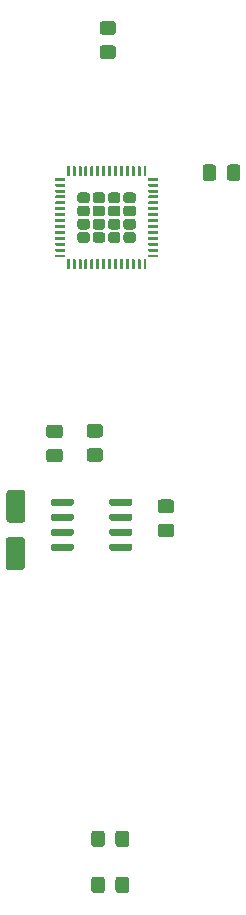
<source format=gbr>
G04 #@! TF.GenerationSoftware,KiCad,Pcbnew,(5.1.10-1-10_14)*
G04 #@! TF.CreationDate,2022-10-09T23:43:03+02:00*
G04 #@! TF.ProjectId,BoatCentralBoard,426f6174-4365-46e7-9472-616c426f6172,rev?*
G04 #@! TF.SameCoordinates,Original*
G04 #@! TF.FileFunction,Paste,Top*
G04 #@! TF.FilePolarity,Positive*
%FSLAX46Y46*%
G04 Gerber Fmt 4.6, Leading zero omitted, Abs format (unit mm)*
G04 Created by KiCad (PCBNEW (5.1.10-1-10_14)) date 2022-10-09 23:43:03*
%MOMM*%
%LPD*%
G01*
G04 APERTURE LIST*
G04 APERTURE END LIST*
G36*
G01*
X137870400Y-112690600D02*
X136769600Y-112690600D01*
G75*
G02*
X136520000Y-112441000I0J249600D01*
G01*
X136520000Y-110140200D01*
G75*
G02*
X136769600Y-109890600I249600J0D01*
G01*
X137870400Y-109890600D01*
G75*
G02*
X138120000Y-110140200I0J-249600D01*
G01*
X138120000Y-112441000D01*
G75*
G02*
X137870400Y-112690600I-249600J0D01*
G01*
G37*
G36*
G01*
X137921200Y-108690600D02*
X136820400Y-108690600D01*
G75*
G02*
X136570800Y-108441000I0J249600D01*
G01*
X136570800Y-106140200D01*
G75*
G02*
X136820400Y-105890600I249600J0D01*
G01*
X137921200Y-105890600D01*
G75*
G02*
X138170800Y-106140200I0J-249600D01*
G01*
X138170800Y-108441000D01*
G75*
G02*
X137921200Y-108690600I-249600J0D01*
G01*
G37*
G36*
G01*
X145285800Y-107095000D02*
X145285800Y-106795000D01*
G75*
G02*
X145435800Y-106645000I150000J0D01*
G01*
X147085800Y-106645000D01*
G75*
G02*
X147235800Y-106795000I0J-150000D01*
G01*
X147235800Y-107095000D01*
G75*
G02*
X147085800Y-107245000I-150000J0D01*
G01*
X145435800Y-107245000D01*
G75*
G02*
X145285800Y-107095000I0J150000D01*
G01*
G37*
G36*
G01*
X145285800Y-108365000D02*
X145285800Y-108065000D01*
G75*
G02*
X145435800Y-107915000I150000J0D01*
G01*
X147085800Y-107915000D01*
G75*
G02*
X147235800Y-108065000I0J-150000D01*
G01*
X147235800Y-108365000D01*
G75*
G02*
X147085800Y-108515000I-150000J0D01*
G01*
X145435800Y-108515000D01*
G75*
G02*
X145285800Y-108365000I0J150000D01*
G01*
G37*
G36*
G01*
X145285800Y-109635000D02*
X145285800Y-109335000D01*
G75*
G02*
X145435800Y-109185000I150000J0D01*
G01*
X147085800Y-109185000D01*
G75*
G02*
X147235800Y-109335000I0J-150000D01*
G01*
X147235800Y-109635000D01*
G75*
G02*
X147085800Y-109785000I-150000J0D01*
G01*
X145435800Y-109785000D01*
G75*
G02*
X145285800Y-109635000I0J150000D01*
G01*
G37*
G36*
G01*
X145285800Y-110905000D02*
X145285800Y-110605000D01*
G75*
G02*
X145435800Y-110455000I150000J0D01*
G01*
X147085800Y-110455000D01*
G75*
G02*
X147235800Y-110605000I0J-150000D01*
G01*
X147235800Y-110905000D01*
G75*
G02*
X147085800Y-111055000I-150000J0D01*
G01*
X145435800Y-111055000D01*
G75*
G02*
X145285800Y-110905000I0J150000D01*
G01*
G37*
G36*
G01*
X140335800Y-110905000D02*
X140335800Y-110605000D01*
G75*
G02*
X140485800Y-110455000I150000J0D01*
G01*
X142135800Y-110455000D01*
G75*
G02*
X142285800Y-110605000I0J-150000D01*
G01*
X142285800Y-110905000D01*
G75*
G02*
X142135800Y-111055000I-150000J0D01*
G01*
X140485800Y-111055000D01*
G75*
G02*
X140335800Y-110905000I0J150000D01*
G01*
G37*
G36*
G01*
X140335800Y-109635000D02*
X140335800Y-109335000D01*
G75*
G02*
X140485800Y-109185000I150000J0D01*
G01*
X142135800Y-109185000D01*
G75*
G02*
X142285800Y-109335000I0J-150000D01*
G01*
X142285800Y-109635000D01*
G75*
G02*
X142135800Y-109785000I-150000J0D01*
G01*
X140485800Y-109785000D01*
G75*
G02*
X140335800Y-109635000I0J150000D01*
G01*
G37*
G36*
G01*
X140335800Y-108365000D02*
X140335800Y-108065000D01*
G75*
G02*
X140485800Y-107915000I150000J0D01*
G01*
X142135800Y-107915000D01*
G75*
G02*
X142285800Y-108065000I0J-150000D01*
G01*
X142285800Y-108365000D01*
G75*
G02*
X142135800Y-108515000I-150000J0D01*
G01*
X140485800Y-108515000D01*
G75*
G02*
X140335800Y-108365000I0J150000D01*
G01*
G37*
G36*
G01*
X140335800Y-107095000D02*
X140335800Y-106795000D01*
G75*
G02*
X140485800Y-106645000I150000J0D01*
G01*
X142135800Y-106645000D01*
G75*
G02*
X142285800Y-106795000I0J-150000D01*
G01*
X142285800Y-107095000D01*
G75*
G02*
X142135800Y-107245000I-150000J0D01*
G01*
X140485800Y-107245000D01*
G75*
G02*
X140335800Y-107095000I0J150000D01*
G01*
G37*
G36*
G01*
X141487500Y-86225000D02*
X140737500Y-86225000D01*
G75*
G02*
X140675000Y-86162500I0J62500D01*
G01*
X140675000Y-86037500D01*
G75*
G02*
X140737500Y-85975000I62500J0D01*
G01*
X141487500Y-85975000D01*
G75*
G02*
X141550000Y-86037500I0J-62500D01*
G01*
X141550000Y-86162500D01*
G75*
G02*
X141487500Y-86225000I-62500J0D01*
G01*
G37*
G36*
G01*
X141487500Y-85725000D02*
X140737500Y-85725000D01*
G75*
G02*
X140675000Y-85662500I0J62500D01*
G01*
X140675000Y-85537500D01*
G75*
G02*
X140737500Y-85475000I62500J0D01*
G01*
X141487500Y-85475000D01*
G75*
G02*
X141550000Y-85537500I0J-62500D01*
G01*
X141550000Y-85662500D01*
G75*
G02*
X141487500Y-85725000I-62500J0D01*
G01*
G37*
G36*
G01*
X141487500Y-85225000D02*
X140737500Y-85225000D01*
G75*
G02*
X140675000Y-85162500I0J62500D01*
G01*
X140675000Y-85037500D01*
G75*
G02*
X140737500Y-84975000I62500J0D01*
G01*
X141487500Y-84975000D01*
G75*
G02*
X141550000Y-85037500I0J-62500D01*
G01*
X141550000Y-85162500D01*
G75*
G02*
X141487500Y-85225000I-62500J0D01*
G01*
G37*
G36*
G01*
X141487500Y-84725000D02*
X140737500Y-84725000D01*
G75*
G02*
X140675000Y-84662500I0J62500D01*
G01*
X140675000Y-84537500D01*
G75*
G02*
X140737500Y-84475000I62500J0D01*
G01*
X141487500Y-84475000D01*
G75*
G02*
X141550000Y-84537500I0J-62500D01*
G01*
X141550000Y-84662500D01*
G75*
G02*
X141487500Y-84725000I-62500J0D01*
G01*
G37*
G36*
G01*
X141487500Y-84225000D02*
X140737500Y-84225000D01*
G75*
G02*
X140675000Y-84162500I0J62500D01*
G01*
X140675000Y-84037500D01*
G75*
G02*
X140737500Y-83975000I62500J0D01*
G01*
X141487500Y-83975000D01*
G75*
G02*
X141550000Y-84037500I0J-62500D01*
G01*
X141550000Y-84162500D01*
G75*
G02*
X141487500Y-84225000I-62500J0D01*
G01*
G37*
G36*
G01*
X141487500Y-83725000D02*
X140737500Y-83725000D01*
G75*
G02*
X140675000Y-83662500I0J62500D01*
G01*
X140675000Y-83537500D01*
G75*
G02*
X140737500Y-83475000I62500J0D01*
G01*
X141487500Y-83475000D01*
G75*
G02*
X141550000Y-83537500I0J-62500D01*
G01*
X141550000Y-83662500D01*
G75*
G02*
X141487500Y-83725000I-62500J0D01*
G01*
G37*
G36*
G01*
X141487500Y-83225000D02*
X140737500Y-83225000D01*
G75*
G02*
X140675000Y-83162500I0J62500D01*
G01*
X140675000Y-83037500D01*
G75*
G02*
X140737500Y-82975000I62500J0D01*
G01*
X141487500Y-82975000D01*
G75*
G02*
X141550000Y-83037500I0J-62500D01*
G01*
X141550000Y-83162500D01*
G75*
G02*
X141487500Y-83225000I-62500J0D01*
G01*
G37*
G36*
G01*
X141487500Y-82725000D02*
X140737500Y-82725000D01*
G75*
G02*
X140675000Y-82662500I0J62500D01*
G01*
X140675000Y-82537500D01*
G75*
G02*
X140737500Y-82475000I62500J0D01*
G01*
X141487500Y-82475000D01*
G75*
G02*
X141550000Y-82537500I0J-62500D01*
G01*
X141550000Y-82662500D01*
G75*
G02*
X141487500Y-82725000I-62500J0D01*
G01*
G37*
G36*
G01*
X141487500Y-82225000D02*
X140737500Y-82225000D01*
G75*
G02*
X140675000Y-82162500I0J62500D01*
G01*
X140675000Y-82037500D01*
G75*
G02*
X140737500Y-81975000I62500J0D01*
G01*
X141487500Y-81975000D01*
G75*
G02*
X141550000Y-82037500I0J-62500D01*
G01*
X141550000Y-82162500D01*
G75*
G02*
X141487500Y-82225000I-62500J0D01*
G01*
G37*
G36*
G01*
X141487500Y-81725000D02*
X140737500Y-81725000D01*
G75*
G02*
X140675000Y-81662500I0J62500D01*
G01*
X140675000Y-81537500D01*
G75*
G02*
X140737500Y-81475000I62500J0D01*
G01*
X141487500Y-81475000D01*
G75*
G02*
X141550000Y-81537500I0J-62500D01*
G01*
X141550000Y-81662500D01*
G75*
G02*
X141487500Y-81725000I-62500J0D01*
G01*
G37*
G36*
G01*
X141487500Y-81225000D02*
X140737500Y-81225000D01*
G75*
G02*
X140675000Y-81162500I0J62500D01*
G01*
X140675000Y-81037500D01*
G75*
G02*
X140737500Y-80975000I62500J0D01*
G01*
X141487500Y-80975000D01*
G75*
G02*
X141550000Y-81037500I0J-62500D01*
G01*
X141550000Y-81162500D01*
G75*
G02*
X141487500Y-81225000I-62500J0D01*
G01*
G37*
G36*
G01*
X141487500Y-80725000D02*
X140737500Y-80725000D01*
G75*
G02*
X140675000Y-80662500I0J62500D01*
G01*
X140675000Y-80537500D01*
G75*
G02*
X140737500Y-80475000I62500J0D01*
G01*
X141487500Y-80475000D01*
G75*
G02*
X141550000Y-80537500I0J-62500D01*
G01*
X141550000Y-80662500D01*
G75*
G02*
X141487500Y-80725000I-62500J0D01*
G01*
G37*
G36*
G01*
X141487500Y-80225000D02*
X140737500Y-80225000D01*
G75*
G02*
X140675000Y-80162500I0J62500D01*
G01*
X140675000Y-80037500D01*
G75*
G02*
X140737500Y-79975000I62500J0D01*
G01*
X141487500Y-79975000D01*
G75*
G02*
X141550000Y-80037500I0J-62500D01*
G01*
X141550000Y-80162500D01*
G75*
G02*
X141487500Y-80225000I-62500J0D01*
G01*
G37*
G36*
G01*
X141487500Y-79725000D02*
X140737500Y-79725000D01*
G75*
G02*
X140675000Y-79662500I0J62500D01*
G01*
X140675000Y-79537500D01*
G75*
G02*
X140737500Y-79475000I62500J0D01*
G01*
X141487500Y-79475000D01*
G75*
G02*
X141550000Y-79537500I0J-62500D01*
G01*
X141550000Y-79662500D01*
G75*
G02*
X141487500Y-79725000I-62500J0D01*
G01*
G37*
G36*
G01*
X141862500Y-79350000D02*
X141737500Y-79350000D01*
G75*
G02*
X141675000Y-79287500I0J62500D01*
G01*
X141675000Y-78537500D01*
G75*
G02*
X141737500Y-78475000I62500J0D01*
G01*
X141862500Y-78475000D01*
G75*
G02*
X141925000Y-78537500I0J-62500D01*
G01*
X141925000Y-79287500D01*
G75*
G02*
X141862500Y-79350000I-62500J0D01*
G01*
G37*
G36*
G01*
X142362500Y-79350000D02*
X142237500Y-79350000D01*
G75*
G02*
X142175000Y-79287500I0J62500D01*
G01*
X142175000Y-78537500D01*
G75*
G02*
X142237500Y-78475000I62500J0D01*
G01*
X142362500Y-78475000D01*
G75*
G02*
X142425000Y-78537500I0J-62500D01*
G01*
X142425000Y-79287500D01*
G75*
G02*
X142362500Y-79350000I-62500J0D01*
G01*
G37*
G36*
G01*
X142862500Y-79350000D02*
X142737500Y-79350000D01*
G75*
G02*
X142675000Y-79287500I0J62500D01*
G01*
X142675000Y-78537500D01*
G75*
G02*
X142737500Y-78475000I62500J0D01*
G01*
X142862500Y-78475000D01*
G75*
G02*
X142925000Y-78537500I0J-62500D01*
G01*
X142925000Y-79287500D01*
G75*
G02*
X142862500Y-79350000I-62500J0D01*
G01*
G37*
G36*
G01*
X143362500Y-79350000D02*
X143237500Y-79350000D01*
G75*
G02*
X143175000Y-79287500I0J62500D01*
G01*
X143175000Y-78537500D01*
G75*
G02*
X143237500Y-78475000I62500J0D01*
G01*
X143362500Y-78475000D01*
G75*
G02*
X143425000Y-78537500I0J-62500D01*
G01*
X143425000Y-79287500D01*
G75*
G02*
X143362500Y-79350000I-62500J0D01*
G01*
G37*
G36*
G01*
X143862500Y-79350000D02*
X143737500Y-79350000D01*
G75*
G02*
X143675000Y-79287500I0J62500D01*
G01*
X143675000Y-78537500D01*
G75*
G02*
X143737500Y-78475000I62500J0D01*
G01*
X143862500Y-78475000D01*
G75*
G02*
X143925000Y-78537500I0J-62500D01*
G01*
X143925000Y-79287500D01*
G75*
G02*
X143862500Y-79350000I-62500J0D01*
G01*
G37*
G36*
G01*
X144362500Y-79350000D02*
X144237500Y-79350000D01*
G75*
G02*
X144175000Y-79287500I0J62500D01*
G01*
X144175000Y-78537500D01*
G75*
G02*
X144237500Y-78475000I62500J0D01*
G01*
X144362500Y-78475000D01*
G75*
G02*
X144425000Y-78537500I0J-62500D01*
G01*
X144425000Y-79287500D01*
G75*
G02*
X144362500Y-79350000I-62500J0D01*
G01*
G37*
G36*
G01*
X144862500Y-79350000D02*
X144737500Y-79350000D01*
G75*
G02*
X144675000Y-79287500I0J62500D01*
G01*
X144675000Y-78537500D01*
G75*
G02*
X144737500Y-78475000I62500J0D01*
G01*
X144862500Y-78475000D01*
G75*
G02*
X144925000Y-78537500I0J-62500D01*
G01*
X144925000Y-79287500D01*
G75*
G02*
X144862500Y-79350000I-62500J0D01*
G01*
G37*
G36*
G01*
X145362500Y-79350000D02*
X145237500Y-79350000D01*
G75*
G02*
X145175000Y-79287500I0J62500D01*
G01*
X145175000Y-78537500D01*
G75*
G02*
X145237500Y-78475000I62500J0D01*
G01*
X145362500Y-78475000D01*
G75*
G02*
X145425000Y-78537500I0J-62500D01*
G01*
X145425000Y-79287500D01*
G75*
G02*
X145362500Y-79350000I-62500J0D01*
G01*
G37*
G36*
G01*
X145862500Y-79350000D02*
X145737500Y-79350000D01*
G75*
G02*
X145675000Y-79287500I0J62500D01*
G01*
X145675000Y-78537500D01*
G75*
G02*
X145737500Y-78475000I62500J0D01*
G01*
X145862500Y-78475000D01*
G75*
G02*
X145925000Y-78537500I0J-62500D01*
G01*
X145925000Y-79287500D01*
G75*
G02*
X145862500Y-79350000I-62500J0D01*
G01*
G37*
G36*
G01*
X146362500Y-79350000D02*
X146237500Y-79350000D01*
G75*
G02*
X146175000Y-79287500I0J62500D01*
G01*
X146175000Y-78537500D01*
G75*
G02*
X146237500Y-78475000I62500J0D01*
G01*
X146362500Y-78475000D01*
G75*
G02*
X146425000Y-78537500I0J-62500D01*
G01*
X146425000Y-79287500D01*
G75*
G02*
X146362500Y-79350000I-62500J0D01*
G01*
G37*
G36*
G01*
X146862500Y-79350000D02*
X146737500Y-79350000D01*
G75*
G02*
X146675000Y-79287500I0J62500D01*
G01*
X146675000Y-78537500D01*
G75*
G02*
X146737500Y-78475000I62500J0D01*
G01*
X146862500Y-78475000D01*
G75*
G02*
X146925000Y-78537500I0J-62500D01*
G01*
X146925000Y-79287500D01*
G75*
G02*
X146862500Y-79350000I-62500J0D01*
G01*
G37*
G36*
G01*
X147362500Y-79350000D02*
X147237500Y-79350000D01*
G75*
G02*
X147175000Y-79287500I0J62500D01*
G01*
X147175000Y-78537500D01*
G75*
G02*
X147237500Y-78475000I62500J0D01*
G01*
X147362500Y-78475000D01*
G75*
G02*
X147425000Y-78537500I0J-62500D01*
G01*
X147425000Y-79287500D01*
G75*
G02*
X147362500Y-79350000I-62500J0D01*
G01*
G37*
G36*
G01*
X147862500Y-79350000D02*
X147737500Y-79350000D01*
G75*
G02*
X147675000Y-79287500I0J62500D01*
G01*
X147675000Y-78537500D01*
G75*
G02*
X147737500Y-78475000I62500J0D01*
G01*
X147862500Y-78475000D01*
G75*
G02*
X147925000Y-78537500I0J-62500D01*
G01*
X147925000Y-79287500D01*
G75*
G02*
X147862500Y-79350000I-62500J0D01*
G01*
G37*
G36*
G01*
X148362500Y-79350000D02*
X148237500Y-79350000D01*
G75*
G02*
X148175000Y-79287500I0J62500D01*
G01*
X148175000Y-78537500D01*
G75*
G02*
X148237500Y-78475000I62500J0D01*
G01*
X148362500Y-78475000D01*
G75*
G02*
X148425000Y-78537500I0J-62500D01*
G01*
X148425000Y-79287500D01*
G75*
G02*
X148362500Y-79350000I-62500J0D01*
G01*
G37*
G36*
G01*
X149362500Y-79725000D02*
X148612500Y-79725000D01*
G75*
G02*
X148550000Y-79662500I0J62500D01*
G01*
X148550000Y-79537500D01*
G75*
G02*
X148612500Y-79475000I62500J0D01*
G01*
X149362500Y-79475000D01*
G75*
G02*
X149425000Y-79537500I0J-62500D01*
G01*
X149425000Y-79662500D01*
G75*
G02*
X149362500Y-79725000I-62500J0D01*
G01*
G37*
G36*
G01*
X149362500Y-80225000D02*
X148612500Y-80225000D01*
G75*
G02*
X148550000Y-80162500I0J62500D01*
G01*
X148550000Y-80037500D01*
G75*
G02*
X148612500Y-79975000I62500J0D01*
G01*
X149362500Y-79975000D01*
G75*
G02*
X149425000Y-80037500I0J-62500D01*
G01*
X149425000Y-80162500D01*
G75*
G02*
X149362500Y-80225000I-62500J0D01*
G01*
G37*
G36*
G01*
X149362500Y-80725000D02*
X148612500Y-80725000D01*
G75*
G02*
X148550000Y-80662500I0J62500D01*
G01*
X148550000Y-80537500D01*
G75*
G02*
X148612500Y-80475000I62500J0D01*
G01*
X149362500Y-80475000D01*
G75*
G02*
X149425000Y-80537500I0J-62500D01*
G01*
X149425000Y-80662500D01*
G75*
G02*
X149362500Y-80725000I-62500J0D01*
G01*
G37*
G36*
G01*
X149362500Y-81225000D02*
X148612500Y-81225000D01*
G75*
G02*
X148550000Y-81162500I0J62500D01*
G01*
X148550000Y-81037500D01*
G75*
G02*
X148612500Y-80975000I62500J0D01*
G01*
X149362500Y-80975000D01*
G75*
G02*
X149425000Y-81037500I0J-62500D01*
G01*
X149425000Y-81162500D01*
G75*
G02*
X149362500Y-81225000I-62500J0D01*
G01*
G37*
G36*
G01*
X149362500Y-81725000D02*
X148612500Y-81725000D01*
G75*
G02*
X148550000Y-81662500I0J62500D01*
G01*
X148550000Y-81537500D01*
G75*
G02*
X148612500Y-81475000I62500J0D01*
G01*
X149362500Y-81475000D01*
G75*
G02*
X149425000Y-81537500I0J-62500D01*
G01*
X149425000Y-81662500D01*
G75*
G02*
X149362500Y-81725000I-62500J0D01*
G01*
G37*
G36*
G01*
X149362500Y-82225000D02*
X148612500Y-82225000D01*
G75*
G02*
X148550000Y-82162500I0J62500D01*
G01*
X148550000Y-82037500D01*
G75*
G02*
X148612500Y-81975000I62500J0D01*
G01*
X149362500Y-81975000D01*
G75*
G02*
X149425000Y-82037500I0J-62500D01*
G01*
X149425000Y-82162500D01*
G75*
G02*
X149362500Y-82225000I-62500J0D01*
G01*
G37*
G36*
G01*
X149362500Y-82725000D02*
X148612500Y-82725000D01*
G75*
G02*
X148550000Y-82662500I0J62500D01*
G01*
X148550000Y-82537500D01*
G75*
G02*
X148612500Y-82475000I62500J0D01*
G01*
X149362500Y-82475000D01*
G75*
G02*
X149425000Y-82537500I0J-62500D01*
G01*
X149425000Y-82662500D01*
G75*
G02*
X149362500Y-82725000I-62500J0D01*
G01*
G37*
G36*
G01*
X149362500Y-83225000D02*
X148612500Y-83225000D01*
G75*
G02*
X148550000Y-83162500I0J62500D01*
G01*
X148550000Y-83037500D01*
G75*
G02*
X148612500Y-82975000I62500J0D01*
G01*
X149362500Y-82975000D01*
G75*
G02*
X149425000Y-83037500I0J-62500D01*
G01*
X149425000Y-83162500D01*
G75*
G02*
X149362500Y-83225000I-62500J0D01*
G01*
G37*
G36*
G01*
X149362500Y-83725000D02*
X148612500Y-83725000D01*
G75*
G02*
X148550000Y-83662500I0J62500D01*
G01*
X148550000Y-83537500D01*
G75*
G02*
X148612500Y-83475000I62500J0D01*
G01*
X149362500Y-83475000D01*
G75*
G02*
X149425000Y-83537500I0J-62500D01*
G01*
X149425000Y-83662500D01*
G75*
G02*
X149362500Y-83725000I-62500J0D01*
G01*
G37*
G36*
G01*
X149362500Y-84225000D02*
X148612500Y-84225000D01*
G75*
G02*
X148550000Y-84162500I0J62500D01*
G01*
X148550000Y-84037500D01*
G75*
G02*
X148612500Y-83975000I62500J0D01*
G01*
X149362500Y-83975000D01*
G75*
G02*
X149425000Y-84037500I0J-62500D01*
G01*
X149425000Y-84162500D01*
G75*
G02*
X149362500Y-84225000I-62500J0D01*
G01*
G37*
G36*
G01*
X149362500Y-84725000D02*
X148612500Y-84725000D01*
G75*
G02*
X148550000Y-84662500I0J62500D01*
G01*
X148550000Y-84537500D01*
G75*
G02*
X148612500Y-84475000I62500J0D01*
G01*
X149362500Y-84475000D01*
G75*
G02*
X149425000Y-84537500I0J-62500D01*
G01*
X149425000Y-84662500D01*
G75*
G02*
X149362500Y-84725000I-62500J0D01*
G01*
G37*
G36*
G01*
X149362500Y-85225000D02*
X148612500Y-85225000D01*
G75*
G02*
X148550000Y-85162500I0J62500D01*
G01*
X148550000Y-85037500D01*
G75*
G02*
X148612500Y-84975000I62500J0D01*
G01*
X149362500Y-84975000D01*
G75*
G02*
X149425000Y-85037500I0J-62500D01*
G01*
X149425000Y-85162500D01*
G75*
G02*
X149362500Y-85225000I-62500J0D01*
G01*
G37*
G36*
G01*
X149362500Y-85725000D02*
X148612500Y-85725000D01*
G75*
G02*
X148550000Y-85662500I0J62500D01*
G01*
X148550000Y-85537500D01*
G75*
G02*
X148612500Y-85475000I62500J0D01*
G01*
X149362500Y-85475000D01*
G75*
G02*
X149425000Y-85537500I0J-62500D01*
G01*
X149425000Y-85662500D01*
G75*
G02*
X149362500Y-85725000I-62500J0D01*
G01*
G37*
G36*
G01*
X149362500Y-86225000D02*
X148612500Y-86225000D01*
G75*
G02*
X148550000Y-86162500I0J62500D01*
G01*
X148550000Y-86037500D01*
G75*
G02*
X148612500Y-85975000I62500J0D01*
G01*
X149362500Y-85975000D01*
G75*
G02*
X149425000Y-86037500I0J-62500D01*
G01*
X149425000Y-86162500D01*
G75*
G02*
X149362500Y-86225000I-62500J0D01*
G01*
G37*
G36*
G01*
X148362500Y-87225000D02*
X148237500Y-87225000D01*
G75*
G02*
X148175000Y-87162500I0J62500D01*
G01*
X148175000Y-86412500D01*
G75*
G02*
X148237500Y-86350000I62500J0D01*
G01*
X148362500Y-86350000D01*
G75*
G02*
X148425000Y-86412500I0J-62500D01*
G01*
X148425000Y-87162500D01*
G75*
G02*
X148362500Y-87225000I-62500J0D01*
G01*
G37*
G36*
G01*
X147862500Y-87225000D02*
X147737500Y-87225000D01*
G75*
G02*
X147675000Y-87162500I0J62500D01*
G01*
X147675000Y-86412500D01*
G75*
G02*
X147737500Y-86350000I62500J0D01*
G01*
X147862500Y-86350000D01*
G75*
G02*
X147925000Y-86412500I0J-62500D01*
G01*
X147925000Y-87162500D01*
G75*
G02*
X147862500Y-87225000I-62500J0D01*
G01*
G37*
G36*
G01*
X147362500Y-87225000D02*
X147237500Y-87225000D01*
G75*
G02*
X147175000Y-87162500I0J62500D01*
G01*
X147175000Y-86412500D01*
G75*
G02*
X147237500Y-86350000I62500J0D01*
G01*
X147362500Y-86350000D01*
G75*
G02*
X147425000Y-86412500I0J-62500D01*
G01*
X147425000Y-87162500D01*
G75*
G02*
X147362500Y-87225000I-62500J0D01*
G01*
G37*
G36*
G01*
X146862500Y-87225000D02*
X146737500Y-87225000D01*
G75*
G02*
X146675000Y-87162500I0J62500D01*
G01*
X146675000Y-86412500D01*
G75*
G02*
X146737500Y-86350000I62500J0D01*
G01*
X146862500Y-86350000D01*
G75*
G02*
X146925000Y-86412500I0J-62500D01*
G01*
X146925000Y-87162500D01*
G75*
G02*
X146862500Y-87225000I-62500J0D01*
G01*
G37*
G36*
G01*
X146362500Y-87225000D02*
X146237500Y-87225000D01*
G75*
G02*
X146175000Y-87162500I0J62500D01*
G01*
X146175000Y-86412500D01*
G75*
G02*
X146237500Y-86350000I62500J0D01*
G01*
X146362500Y-86350000D01*
G75*
G02*
X146425000Y-86412500I0J-62500D01*
G01*
X146425000Y-87162500D01*
G75*
G02*
X146362500Y-87225000I-62500J0D01*
G01*
G37*
G36*
G01*
X145862500Y-87225000D02*
X145737500Y-87225000D01*
G75*
G02*
X145675000Y-87162500I0J62500D01*
G01*
X145675000Y-86412500D01*
G75*
G02*
X145737500Y-86350000I62500J0D01*
G01*
X145862500Y-86350000D01*
G75*
G02*
X145925000Y-86412500I0J-62500D01*
G01*
X145925000Y-87162500D01*
G75*
G02*
X145862500Y-87225000I-62500J0D01*
G01*
G37*
G36*
G01*
X145362500Y-87225000D02*
X145237500Y-87225000D01*
G75*
G02*
X145175000Y-87162500I0J62500D01*
G01*
X145175000Y-86412500D01*
G75*
G02*
X145237500Y-86350000I62500J0D01*
G01*
X145362500Y-86350000D01*
G75*
G02*
X145425000Y-86412500I0J-62500D01*
G01*
X145425000Y-87162500D01*
G75*
G02*
X145362500Y-87225000I-62500J0D01*
G01*
G37*
G36*
G01*
X144862500Y-87225000D02*
X144737500Y-87225000D01*
G75*
G02*
X144675000Y-87162500I0J62500D01*
G01*
X144675000Y-86412500D01*
G75*
G02*
X144737500Y-86350000I62500J0D01*
G01*
X144862500Y-86350000D01*
G75*
G02*
X144925000Y-86412500I0J-62500D01*
G01*
X144925000Y-87162500D01*
G75*
G02*
X144862500Y-87225000I-62500J0D01*
G01*
G37*
G36*
G01*
X144362500Y-87225000D02*
X144237500Y-87225000D01*
G75*
G02*
X144175000Y-87162500I0J62500D01*
G01*
X144175000Y-86412500D01*
G75*
G02*
X144237500Y-86350000I62500J0D01*
G01*
X144362500Y-86350000D01*
G75*
G02*
X144425000Y-86412500I0J-62500D01*
G01*
X144425000Y-87162500D01*
G75*
G02*
X144362500Y-87225000I-62500J0D01*
G01*
G37*
G36*
G01*
X143862500Y-87225000D02*
X143737500Y-87225000D01*
G75*
G02*
X143675000Y-87162500I0J62500D01*
G01*
X143675000Y-86412500D01*
G75*
G02*
X143737500Y-86350000I62500J0D01*
G01*
X143862500Y-86350000D01*
G75*
G02*
X143925000Y-86412500I0J-62500D01*
G01*
X143925000Y-87162500D01*
G75*
G02*
X143862500Y-87225000I-62500J0D01*
G01*
G37*
G36*
G01*
X143362500Y-87225000D02*
X143237500Y-87225000D01*
G75*
G02*
X143175000Y-87162500I0J62500D01*
G01*
X143175000Y-86412500D01*
G75*
G02*
X143237500Y-86350000I62500J0D01*
G01*
X143362500Y-86350000D01*
G75*
G02*
X143425000Y-86412500I0J-62500D01*
G01*
X143425000Y-87162500D01*
G75*
G02*
X143362500Y-87225000I-62500J0D01*
G01*
G37*
G36*
G01*
X142862500Y-87225000D02*
X142737500Y-87225000D01*
G75*
G02*
X142675000Y-87162500I0J62500D01*
G01*
X142675000Y-86412500D01*
G75*
G02*
X142737500Y-86350000I62500J0D01*
G01*
X142862500Y-86350000D01*
G75*
G02*
X142925000Y-86412500I0J-62500D01*
G01*
X142925000Y-87162500D01*
G75*
G02*
X142862500Y-87225000I-62500J0D01*
G01*
G37*
G36*
G01*
X142362500Y-87225000D02*
X142237500Y-87225000D01*
G75*
G02*
X142175000Y-87162500I0J62500D01*
G01*
X142175000Y-86412500D01*
G75*
G02*
X142237500Y-86350000I62500J0D01*
G01*
X142362500Y-86350000D01*
G75*
G02*
X142425000Y-86412500I0J-62500D01*
G01*
X142425000Y-87162500D01*
G75*
G02*
X142362500Y-87225000I-62500J0D01*
G01*
G37*
G36*
G01*
X141862500Y-87225000D02*
X141737500Y-87225000D01*
G75*
G02*
X141675000Y-87162500I0J62500D01*
G01*
X141675000Y-86412500D01*
G75*
G02*
X141737500Y-86350000I62500J0D01*
G01*
X141862500Y-86350000D01*
G75*
G02*
X141925000Y-86412500I0J-62500D01*
G01*
X141925000Y-87162500D01*
G75*
G02*
X141862500Y-87225000I-62500J0D01*
G01*
G37*
G36*
G01*
X147297500Y-81625000D02*
X146702500Y-81625000D01*
G75*
G02*
X146475000Y-81397500I0J227500D01*
G01*
X146475000Y-80942500D01*
G75*
G02*
X146702500Y-80715000I227500J0D01*
G01*
X147297500Y-80715000D01*
G75*
G02*
X147525000Y-80942500I0J-227500D01*
G01*
X147525000Y-81397500D01*
G75*
G02*
X147297500Y-81625000I-227500J0D01*
G01*
G37*
G36*
G01*
X145997500Y-81625000D02*
X145402500Y-81625000D01*
G75*
G02*
X145175000Y-81397500I0J227500D01*
G01*
X145175000Y-80942500D01*
G75*
G02*
X145402500Y-80715000I227500J0D01*
G01*
X145997500Y-80715000D01*
G75*
G02*
X146225000Y-80942500I0J-227500D01*
G01*
X146225000Y-81397500D01*
G75*
G02*
X145997500Y-81625000I-227500J0D01*
G01*
G37*
G36*
G01*
X144697500Y-81625000D02*
X144102500Y-81625000D01*
G75*
G02*
X143875000Y-81397500I0J227500D01*
G01*
X143875000Y-80942500D01*
G75*
G02*
X144102500Y-80715000I227500J0D01*
G01*
X144697500Y-80715000D01*
G75*
G02*
X144925000Y-80942500I0J-227500D01*
G01*
X144925000Y-81397500D01*
G75*
G02*
X144697500Y-81625000I-227500J0D01*
G01*
G37*
G36*
G01*
X143397500Y-81625000D02*
X142802500Y-81625000D01*
G75*
G02*
X142575000Y-81397500I0J227500D01*
G01*
X142575000Y-80942500D01*
G75*
G02*
X142802500Y-80715000I227500J0D01*
G01*
X143397500Y-80715000D01*
G75*
G02*
X143625000Y-80942500I0J-227500D01*
G01*
X143625000Y-81397500D01*
G75*
G02*
X143397500Y-81625000I-227500J0D01*
G01*
G37*
G36*
G01*
X147297500Y-82745000D02*
X146702500Y-82745000D01*
G75*
G02*
X146475000Y-82517500I0J227500D01*
G01*
X146475000Y-82062500D01*
G75*
G02*
X146702500Y-81835000I227500J0D01*
G01*
X147297500Y-81835000D01*
G75*
G02*
X147525000Y-82062500I0J-227500D01*
G01*
X147525000Y-82517500D01*
G75*
G02*
X147297500Y-82745000I-227500J0D01*
G01*
G37*
G36*
G01*
X145997500Y-82745000D02*
X145402500Y-82745000D01*
G75*
G02*
X145175000Y-82517500I0J227500D01*
G01*
X145175000Y-82062500D01*
G75*
G02*
X145402500Y-81835000I227500J0D01*
G01*
X145997500Y-81835000D01*
G75*
G02*
X146225000Y-82062500I0J-227500D01*
G01*
X146225000Y-82517500D01*
G75*
G02*
X145997500Y-82745000I-227500J0D01*
G01*
G37*
G36*
G01*
X144697500Y-82745000D02*
X144102500Y-82745000D01*
G75*
G02*
X143875000Y-82517500I0J227500D01*
G01*
X143875000Y-82062500D01*
G75*
G02*
X144102500Y-81835000I227500J0D01*
G01*
X144697500Y-81835000D01*
G75*
G02*
X144925000Y-82062500I0J-227500D01*
G01*
X144925000Y-82517500D01*
G75*
G02*
X144697500Y-82745000I-227500J0D01*
G01*
G37*
G36*
G01*
X143397500Y-82745000D02*
X142802500Y-82745000D01*
G75*
G02*
X142575000Y-82517500I0J227500D01*
G01*
X142575000Y-82062500D01*
G75*
G02*
X142802500Y-81835000I227500J0D01*
G01*
X143397500Y-81835000D01*
G75*
G02*
X143625000Y-82062500I0J-227500D01*
G01*
X143625000Y-82517500D01*
G75*
G02*
X143397500Y-82745000I-227500J0D01*
G01*
G37*
G36*
G01*
X147297500Y-83865000D02*
X146702500Y-83865000D01*
G75*
G02*
X146475000Y-83637500I0J227500D01*
G01*
X146475000Y-83182500D01*
G75*
G02*
X146702500Y-82955000I227500J0D01*
G01*
X147297500Y-82955000D01*
G75*
G02*
X147525000Y-83182500I0J-227500D01*
G01*
X147525000Y-83637500D01*
G75*
G02*
X147297500Y-83865000I-227500J0D01*
G01*
G37*
G36*
G01*
X145997500Y-83865000D02*
X145402500Y-83865000D01*
G75*
G02*
X145175000Y-83637500I0J227500D01*
G01*
X145175000Y-83182500D01*
G75*
G02*
X145402500Y-82955000I227500J0D01*
G01*
X145997500Y-82955000D01*
G75*
G02*
X146225000Y-83182500I0J-227500D01*
G01*
X146225000Y-83637500D01*
G75*
G02*
X145997500Y-83865000I-227500J0D01*
G01*
G37*
G36*
G01*
X144697500Y-83865000D02*
X144102500Y-83865000D01*
G75*
G02*
X143875000Y-83637500I0J227500D01*
G01*
X143875000Y-83182500D01*
G75*
G02*
X144102500Y-82955000I227500J0D01*
G01*
X144697500Y-82955000D01*
G75*
G02*
X144925000Y-83182500I0J-227500D01*
G01*
X144925000Y-83637500D01*
G75*
G02*
X144697500Y-83865000I-227500J0D01*
G01*
G37*
G36*
G01*
X143397500Y-83865000D02*
X142802500Y-83865000D01*
G75*
G02*
X142575000Y-83637500I0J227500D01*
G01*
X142575000Y-83182500D01*
G75*
G02*
X142802500Y-82955000I227500J0D01*
G01*
X143397500Y-82955000D01*
G75*
G02*
X143625000Y-83182500I0J-227500D01*
G01*
X143625000Y-83637500D01*
G75*
G02*
X143397500Y-83865000I-227500J0D01*
G01*
G37*
G36*
G01*
X147297500Y-84985000D02*
X146702500Y-84985000D01*
G75*
G02*
X146475000Y-84757500I0J227500D01*
G01*
X146475000Y-84302500D01*
G75*
G02*
X146702500Y-84075000I227500J0D01*
G01*
X147297500Y-84075000D01*
G75*
G02*
X147525000Y-84302500I0J-227500D01*
G01*
X147525000Y-84757500D01*
G75*
G02*
X147297500Y-84985000I-227500J0D01*
G01*
G37*
G36*
G01*
X145997500Y-84985000D02*
X145402500Y-84985000D01*
G75*
G02*
X145175000Y-84757500I0J227500D01*
G01*
X145175000Y-84302500D01*
G75*
G02*
X145402500Y-84075000I227500J0D01*
G01*
X145997500Y-84075000D01*
G75*
G02*
X146225000Y-84302500I0J-227500D01*
G01*
X146225000Y-84757500D01*
G75*
G02*
X145997500Y-84985000I-227500J0D01*
G01*
G37*
G36*
G01*
X144697500Y-84985000D02*
X144102500Y-84985000D01*
G75*
G02*
X143875000Y-84757500I0J227500D01*
G01*
X143875000Y-84302500D01*
G75*
G02*
X144102500Y-84075000I227500J0D01*
G01*
X144697500Y-84075000D01*
G75*
G02*
X144925000Y-84302500I0J-227500D01*
G01*
X144925000Y-84757500D01*
G75*
G02*
X144697500Y-84985000I-227500J0D01*
G01*
G37*
G36*
G01*
X143397500Y-84985000D02*
X142802500Y-84985000D01*
G75*
G02*
X142575000Y-84757500I0J227500D01*
G01*
X142575000Y-84302500D01*
G75*
G02*
X142802500Y-84075000I227500J0D01*
G01*
X143397500Y-84075000D01*
G75*
G02*
X143625000Y-84302500I0J-227500D01*
G01*
X143625000Y-84757500D01*
G75*
G02*
X143397500Y-84985000I-227500J0D01*
G01*
G37*
G36*
G01*
X144900000Y-134999999D02*
X144900000Y-135900001D01*
G75*
G02*
X144650001Y-136150000I-249999J0D01*
G01*
X143999999Y-136150000D01*
G75*
G02*
X143750000Y-135900001I0J249999D01*
G01*
X143750000Y-134999999D01*
G75*
G02*
X143999999Y-134750000I249999J0D01*
G01*
X144650001Y-134750000D01*
G75*
G02*
X144900000Y-134999999I0J-249999D01*
G01*
G37*
G36*
G01*
X146950000Y-134999999D02*
X146950000Y-135900001D01*
G75*
G02*
X146700001Y-136150000I-249999J0D01*
G01*
X146049999Y-136150000D01*
G75*
G02*
X145800000Y-135900001I0J249999D01*
G01*
X145800000Y-134999999D01*
G75*
G02*
X146049999Y-134750000I249999J0D01*
G01*
X146700001Y-134750000D01*
G75*
G02*
X146950000Y-134999999I0J-249999D01*
G01*
G37*
G36*
G01*
X140199999Y-102425000D02*
X141100001Y-102425000D01*
G75*
G02*
X141350000Y-102674999I0J-249999D01*
G01*
X141350000Y-103325001D01*
G75*
G02*
X141100001Y-103575000I-249999J0D01*
G01*
X140199999Y-103575000D01*
G75*
G02*
X139950000Y-103325001I0J249999D01*
G01*
X139950000Y-102674999D01*
G75*
G02*
X140199999Y-102425000I249999J0D01*
G01*
G37*
G36*
G01*
X140199999Y-100375000D02*
X141100001Y-100375000D01*
G75*
G02*
X141350000Y-100624999I0J-249999D01*
G01*
X141350000Y-101275001D01*
G75*
G02*
X141100001Y-101525000I-249999J0D01*
G01*
X140199999Y-101525000D01*
G75*
G02*
X139950000Y-101275001I0J249999D01*
G01*
X139950000Y-100624999D01*
G75*
G02*
X140199999Y-100375000I249999J0D01*
G01*
G37*
G36*
G01*
X144900000Y-138899999D02*
X144900000Y-139800001D01*
G75*
G02*
X144650001Y-140050000I-249999J0D01*
G01*
X143999999Y-140050000D01*
G75*
G02*
X143750000Y-139800001I0J249999D01*
G01*
X143750000Y-138899999D01*
G75*
G02*
X143999999Y-138650000I249999J0D01*
G01*
X144650001Y-138650000D01*
G75*
G02*
X144900000Y-138899999I0J-249999D01*
G01*
G37*
G36*
G01*
X146950000Y-138899999D02*
X146950000Y-139800001D01*
G75*
G02*
X146700001Y-140050000I-249999J0D01*
G01*
X146049999Y-140050000D01*
G75*
G02*
X145800000Y-139800001I0J249999D01*
G01*
X145800000Y-138899999D01*
G75*
G02*
X146049999Y-138650000I249999J0D01*
G01*
X146700001Y-138650000D01*
G75*
G02*
X146950000Y-138899999I0J-249999D01*
G01*
G37*
G36*
G01*
X155225000Y-79500001D02*
X155225000Y-78599999D01*
G75*
G02*
X155474999Y-78350000I249999J0D01*
G01*
X156125001Y-78350000D01*
G75*
G02*
X156375000Y-78599999I0J-249999D01*
G01*
X156375000Y-79500001D01*
G75*
G02*
X156125001Y-79750000I-249999J0D01*
G01*
X155474999Y-79750000D01*
G75*
G02*
X155225000Y-79500001I0J249999D01*
G01*
G37*
G36*
G01*
X153175000Y-79500001D02*
X153175000Y-78599999D01*
G75*
G02*
X153424999Y-78350000I249999J0D01*
G01*
X154075001Y-78350000D01*
G75*
G02*
X154325000Y-78599999I0J-249999D01*
G01*
X154325000Y-79500001D01*
G75*
G02*
X154075001Y-79750000I-249999J0D01*
G01*
X153424999Y-79750000D01*
G75*
G02*
X153175000Y-79500001I0J249999D01*
G01*
G37*
G36*
G01*
X145600001Y-67375000D02*
X144699999Y-67375000D01*
G75*
G02*
X144450000Y-67125001I0J249999D01*
G01*
X144450000Y-66474999D01*
G75*
G02*
X144699999Y-66225000I249999J0D01*
G01*
X145600001Y-66225000D01*
G75*
G02*
X145850000Y-66474999I0J-249999D01*
G01*
X145850000Y-67125001D01*
G75*
G02*
X145600001Y-67375000I-249999J0D01*
G01*
G37*
G36*
G01*
X145600001Y-69425000D02*
X144699999Y-69425000D01*
G75*
G02*
X144450000Y-69175001I0J249999D01*
G01*
X144450000Y-68524999D01*
G75*
G02*
X144699999Y-68275000I249999J0D01*
G01*
X145600001Y-68275000D01*
G75*
G02*
X145850000Y-68524999I0J-249999D01*
G01*
X145850000Y-69175001D01*
G75*
G02*
X145600001Y-69425000I-249999J0D01*
G01*
G37*
G36*
G01*
X144500001Y-101475000D02*
X143599999Y-101475000D01*
G75*
G02*
X143350000Y-101225001I0J249999D01*
G01*
X143350000Y-100574999D01*
G75*
G02*
X143599999Y-100325000I249999J0D01*
G01*
X144500001Y-100325000D01*
G75*
G02*
X144750000Y-100574999I0J-249999D01*
G01*
X144750000Y-101225001D01*
G75*
G02*
X144500001Y-101475000I-249999J0D01*
G01*
G37*
G36*
G01*
X144500001Y-103525000D02*
X143599999Y-103525000D01*
G75*
G02*
X143350000Y-103275001I0J249999D01*
G01*
X143350000Y-102624999D01*
G75*
G02*
X143599999Y-102375000I249999J0D01*
G01*
X144500001Y-102375000D01*
G75*
G02*
X144750000Y-102624999I0J-249999D01*
G01*
X144750000Y-103275001D01*
G75*
G02*
X144500001Y-103525000I-249999J0D01*
G01*
G37*
G36*
G01*
X149620799Y-108765600D02*
X150520801Y-108765600D01*
G75*
G02*
X150770800Y-109015599I0J-249999D01*
G01*
X150770800Y-109665601D01*
G75*
G02*
X150520801Y-109915600I-249999J0D01*
G01*
X149620799Y-109915600D01*
G75*
G02*
X149370800Y-109665601I0J249999D01*
G01*
X149370800Y-109015599D01*
G75*
G02*
X149620799Y-108765600I249999J0D01*
G01*
G37*
G36*
G01*
X149620799Y-106715600D02*
X150520801Y-106715600D01*
G75*
G02*
X150770800Y-106965599I0J-249999D01*
G01*
X150770800Y-107615601D01*
G75*
G02*
X150520801Y-107865600I-249999J0D01*
G01*
X149620799Y-107865600D01*
G75*
G02*
X149370800Y-107615601I0J249999D01*
G01*
X149370800Y-106965599D01*
G75*
G02*
X149620799Y-106715600I249999J0D01*
G01*
G37*
M02*

</source>
